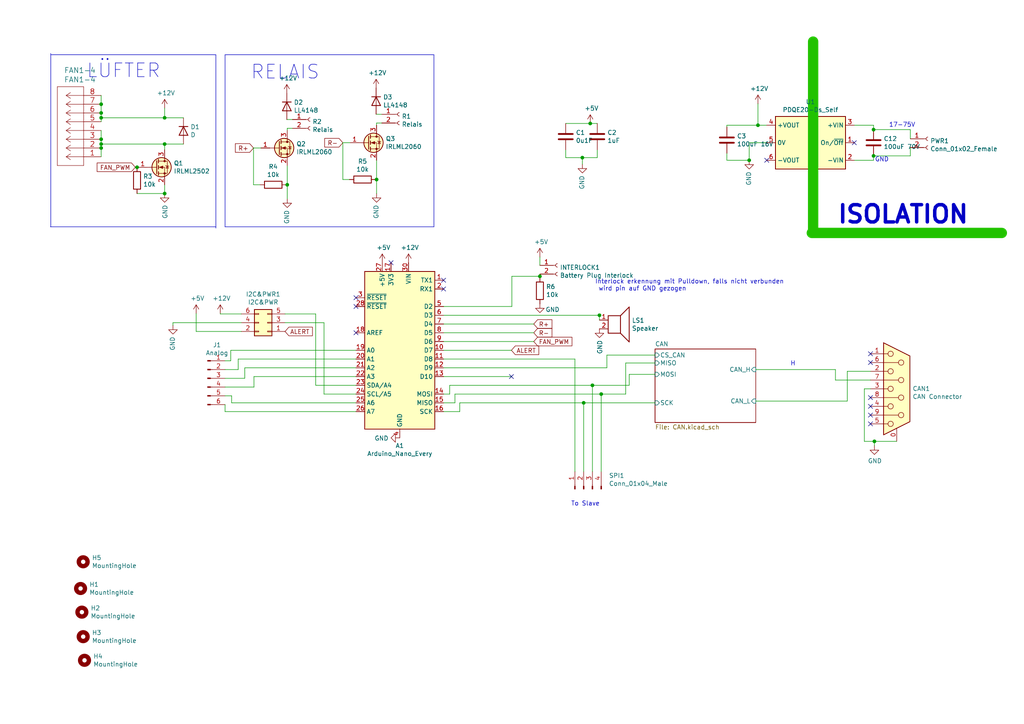
<source format=kicad_sch>
(kicad_sch (version 20230121) (generator eeschema)
  (paper "A4")
  (title_block (title "E16 BMS Master") (date "2022-01-09") (rev "V1") (company "FTAG") (comment 1 "John Pausder"))
  (lib_symbols
    (symbol "Connector_Generic:Conn_02x03_Odd_Even" (pin_names (offset 1.016) hide)
      (property "Reference" "J" (at 1.27 5.08 0))
      (property "Value" "Conn_02x03_Odd_Even" (at 1.27 -5.08 0))
      (symbol "Conn_02x03_Odd_Even_1_1"
        (rectangle (start -1.27 -2.413) (end 0 -2.667) (stroke (width 0.1524)))
        (rectangle (start -1.27 0.127) (end 0 -0.127) (stroke (width 0.1524)))
        (rectangle (start -1.27 2.667) (end 0 2.413) (stroke (width 0.1524)))
        (rectangle (start -1.27 3.81) (end 3.81 -3.81) (stroke (width 0.254)) (fill (type background)))
        (rectangle (start 3.81 -2.413) (end 2.54 -2.667) (stroke (width 0.1524)))
        (rectangle (start 3.81 0.127) (end 2.54 -0.127) (stroke (width 0.1524)))
        (rectangle (start 3.81 2.667) (end 2.54 2.413) (stroke (width 0.1524)))
        (pin passive line (at -5.08 2.54 0) (length 3.81) (name "Pin_1") (number "1"))
        (pin passive line (at 7.62 2.54 180) (length 3.81) (name "Pin_2") (number "2"))
        (pin passive line (at -5.08 0 0) (length 3.81) (name "Pin_3") (number "3"))
        (pin passive line (at 7.62 0 180) (length 3.81) (name "Pin_4") (number "4"))
        (pin passive line (at -5.08 -2.54 0) (length 3.81) (name "Pin_5") (number "5"))
        (pin passive line (at 7.62 -2.54 180) (length 3.81) (name "Pin_6") (number "6"))
      )
    )
    (symbol "Device:C" (pin_numbers hide) (pin_names (offset 0.254))
      (property "Reference" "C" (at 0.635 2.54 0))
      (property "Value" "C" (at 0.635 -2.54 0))
      (symbol "C_0_1"
        (polyline (pts (xy -2.032 -0.762) (xy 2.032 -0.762)) (stroke (width 0.508)))
        (polyline (pts (xy -2.032 0.762) (xy 2.032 0.762)) (stroke (width 0.508)))
      )
      (symbol "C_1_1"
        (pin passive line (at 0 3.81 270) (length 2.794) (name "~") (number "1"))
        (pin passive line (at 0 -3.81 90) (length 2.794) (name "~") (number "2"))
      )
    )
    (symbol "Device:D" (pin_numbers hide) (pin_names (offset 1.016) hide)
      (property "Reference" "D" (at 0 2.54 0))
      (property "Value" "D" (at 0 -2.54 0))
      (symbol "D_0_1"
        (polyline (pts (xy -1.27 1.27) (xy -1.27 -1.27)) (stroke (width 0.254)))
        (polyline (pts (xy 1.27 0) (xy -1.27 0)))
        (polyline (pts (xy 1.27 1.27) (xy 1.27 -1.27) (xy -1.27 0) (xy 1.27 1.27)) (stroke (width 0.254)))
      )
      (symbol "D_1_1"
        (pin passive line (at -3.81 0 0) (length 2.54) (name "K") (number "1"))
        (pin passive line (at 3.81 0 180) (length 2.54) (name "A") (number "2"))
      )
    )
    (symbol "Device:R" (pin_numbers hide) (pin_names (offset 0))
      (property "Reference" "R" (at 2.032 0 90))
      (property "Value" "R" (at 0 0 90))
      (symbol "R_0_1"
        (rectangle (start -1.016 -2.54) (end 1.016 2.54) (stroke (width 0.254)))
      )
      (symbol "R_1_1"
        (pin passive line (at 0 3.81 270) (length 1.27) (name "~") (number "1"))
        (pin passive line (at 0 -3.81 90) (length 1.27) (name "~") (number "2"))
      )
    )
    (symbol "Device:Speaker" (pin_names (offset 0) hide)
      (property "Reference" "LS" (at 1.27 5.715 0))
      (property "Value" "Speaker" (at 1.27 3.81 0))
      (symbol "Speaker_0_0"
        (rectangle (start -2.54 1.27) (end 1.016 -3.81) (stroke (width 0.254)))
        (polyline (pts (xy 1.016 1.27) (xy 3.556 3.81) (xy 3.556 -6.35) (xy 1.016 -3.81)) (stroke (width 0.254)))
      )
      (symbol "Speaker_1_1"
        (pin input line (at -5.08 0 0) (length 2.54) (name "1") (number "1"))
        (pin input line (at -5.08 -2.54 0) (length 2.54) (name "2") (number "2"))
      )
    )
    (symbol "Diode:LL4148" (pin_numbers hide) (pin_names hide)
      (property "Reference" "D" (at 0 2.54 0))
      (property "Value" "LL4148" (at 0 -2.54 0))
      (symbol "LL4148_0_1"
        (polyline (pts (xy -1.27 1.27) (xy -1.27 -1.27)) (stroke (width 0.254)))
        (polyline (pts (xy 1.27 0) (xy -1.27 0)))
        (polyline (pts (xy 1.27 1.27) (xy 1.27 -1.27) (xy -1.27 0) (xy 1.27 1.27)) (stroke (width 0.254)))
      )
      (symbol "LL4148_1_1"
        (pin passive line (at -3.81 0 0) (length 2.54) (name "K") (number "1"))
        (pin passive line (at 3.81 0 180) (length 2.54) (name "A") (number "2"))
      )
    )
    (symbol "E16 BMS Master-rescue:449145803-2022-01-10_10-45-03" (pin_names (offset 0.254) hide)
      (property "Reference" "J" (at 8.89 6.35 0))
      (property "Value" "2022-01-10_10-45-03_449145803" (at 10.16 -10.16 0))
      (symbol "449145803-2022-01-10_10-45-03_1_1"
        (polyline (pts (xy 5.08 -20.32) (xy 12.7 -20.32)) (stroke (width 0.127)))
        (polyline (pts (xy 5.08 2.54) (xy 5.08 -20.32)) (stroke (width 0.127)))
        (polyline (pts (xy 10.16 -17.78) (xy 5.08 -17.78)) (stroke (width 0.127)))
        (polyline (pts (xy 10.16 -17.78) (xy 8.89 -18.6182)) (stroke (width 0.127)))
        (polyline (pts (xy 10.16 -17.78) (xy 8.89 -16.9418)) (stroke (width 0.127)))
        (polyline (pts (xy 10.16 -15.24) (xy 5.08 -15.24)) (stroke (width 0.127)))
        (polyline (pts (xy 10.16 -15.24) (xy 8.89 -16.0782)) (stroke (width 0.127)))
        (polyline (pts (xy 10.16 -15.24) (xy 8.89 -14.4018)) (stroke (width 0.127)))
        (polyline (pts (xy 10.16 -12.7) (xy 5.08 -12.7)) (stroke (width 0.127)))
        (polyline (pts (xy 10.16 -12.7) (xy 8.89 -13.5382)) (stroke (width 0.127)))
        (polyline (pts (xy 10.16 -12.7) (xy 8.89 -11.8618)) (stroke (width 0.127)))
        (polyline (pts (xy 10.16 -10.16) (xy 5.08 -10.16)) (stroke (width 0.127)))
        (polyline (pts (xy 10.16 -10.16) (xy 8.89 -10.9982)) (stroke (width 0.127)))
        (polyline (pts (xy 10.16 -10.16) (xy 8.89 -9.3218)) (stroke (width 0.127)))
        (polyline (pts (xy 10.16 -7.62) (xy 5.08 -7.62)) (stroke (width 0.127)))
        (polyline (pts (xy 10.16 -7.62) (xy 8.89 -8.4582)) (stroke (width 0.127)))
        (polyline (pts (xy 10.16 -7.62) (xy 8.89 -6.7818)) (stroke (width 0.127)))
        (polyline (pts (xy 10.16 -5.08) (xy 5.08 -5.08)) (stroke (width 0.127)))
        (polyline (pts (xy 10.16 -5.08) (xy 8.89 -5.9182)) (stroke (width 0.127)))
        (polyline (pts (xy 10.16 -5.08) (xy 8.89 -4.2418)) (stroke (width 0.127)))
        (polyline (pts (xy 10.16 -2.54) (xy 5.08 -2.54)) (stroke (width 0.127)))
        (polyline (pts (xy 10.16 -2.54) (xy 8.89 -3.3782)) (stroke (width 0.127)))
        (polyline (pts (xy 10.16 -2.54) (xy 8.89 -1.7018)) (stroke (width 0.127)))
        (polyline (pts (xy 10.16 0) (xy 5.08 0)) (stroke (width 0.127)))
        (polyline (pts (xy 10.16 0) (xy 8.89 -0.8382)) (stroke (width 0.127)))
        (polyline (pts (xy 10.16 0) (xy 8.89 0.8382)) (stroke (width 0.127)))
        (polyline (pts (xy 12.7 -20.32) (xy 12.7 2.54)) (stroke (width 0.127)))
        (polyline (pts (xy 12.7 2.54) (xy 5.08 2.54)) (stroke (width 0.127)))
        (pin unspecified line (at 0 0 0) (length 5.08) (name "1") (number "1"))
        (pin unspecified line (at 0 -2.54 0) (length 5.08) (name "2") (number "2"))
        (pin unspecified line (at 0 -5.08 0) (length 5.08) (name "3") (number "3"))
        (pin unspecified line (at 0 -7.62 0) (length 5.08) (name "4") (number "4"))
        (pin unspecified line (at 0 -10.16 0) (length 5.08) (name "5") (number "5"))
        (pin unspecified line (at 0 -12.7 0) (length 5.08) (name "6") (number "6"))
        (pin unspecified line (at 0 -15.24 0) (length 5.08) (name "7") (number "7"))
        (pin unspecified line (at 0 -17.78 0) (length 5.08) (name "8") (number "8"))
      )
    )
    (symbol "E16 BMS Master-rescue:Conn_01x02_Female-Connector" (pin_names (offset 1.016) hide)
      (property "Reference" "J" (at 0 2.54 0))
      (property "Value" "Connector_Conn_01x02_Female" (at 0 -5.08 0))
      (symbol "Conn_01x02_Female-Connector_1_1"
        (arc (start 0 -2.032) (mid -0.5058 -2.54) (end 0 -3.048) (stroke (width 0.1524)))
        (polyline (pts (xy -1.27 -2.54) (xy -0.508 -2.54)) (stroke (width 0.1524)))
        (polyline (pts (xy -1.27 0) (xy -0.508 0)) (stroke (width 0.1524)))
        (arc (start 0 0.508) (mid -0.5058 0) (end 0 -0.508) (stroke (width 0.1524)))
        (pin passive line (at -5.08 0 0) (length 3.81) (name "Pin_1") (number "1"))
        (pin passive line (at -5.08 -2.54 0) (length 3.81) (name "Pin_2") (number "2"))
      )
    )
    (symbol "E16 BMS Master-rescue:Conn_01x04_Male-Connector" (pin_names (offset 1.016) hide)
      (property "Reference" "J" (at 0 5.08 0))
      (property "Value" "Connector_Conn_01x04_Male" (at 0 -7.62 0))
      (symbol "Conn_01x04_Male-Connector_1_1"
        (polyline (pts (xy 1.27 -5.08) (xy 0.8636 -5.08)) (stroke (width 0.1524)))
        (polyline (pts (xy 1.27 -2.54) (xy 0.8636 -2.54)) (stroke (width 0.1524)))
        (polyline (pts (xy 1.27 0) (xy 0.8636 0)) (stroke (width 0.1524)))
        (polyline (pts (xy 1.27 2.54) (xy 0.8636 2.54)) (stroke (width 0.1524)))
        (rectangle (start 0.8636 -4.953) (end 0 -5.207) (stroke (width 0.1524)) (fill (type outline)))
        (rectangle (start 0.8636 -2.413) (end 0 -2.667) (stroke (width 0.1524)) (fill (type outline)))
        (rectangle (start 0.8636 0.127) (end 0 -0.127) (stroke (width 0.1524)) (fill (type outline)))
        (rectangle (start 0.8636 2.667) (end 0 2.413) (stroke (width 0.1524)) (fill (type outline)))
        (pin passive line (at 5.08 2.54 180) (length 3.81) (name "Pin_1") (number "1"))
        (pin passive line (at 5.08 0 180) (length 3.81) (name "Pin_2") (number "2"))
        (pin passive line (at 5.08 -2.54 180) (length 3.81) (name "Pin_3") (number "3"))
        (pin passive line (at 5.08 -5.08 180) (length 3.81) (name "Pin_4") (number "4"))
      )
    )
    (symbol "E16 BMS Master-rescue:Conn_01x06_Male-Connector" (pin_names (offset 1.016) hide)
      (property "Reference" "J" (at 0 7.62 0))
      (property "Value" "Connector_Conn_01x06_Male" (at 0 -10.16 0))
      (symbol "Conn_01x06_Male-Connector_1_1"
        (polyline (pts (xy 1.27 -7.62) (xy 0.8636 -7.62)) (stroke (width 0.1524)))
        (polyline (pts (xy 1.27 -5.08) (xy 0.8636 -5.08)) (stroke (width 0.1524)))
        (polyline (pts (xy 1.27 -2.54) (xy 0.8636 -2.54)) (stroke (width 0.1524)))
        (polyline (pts (xy 1.27 0) (xy 0.8636 0)) (stroke (width 0.1524)))
        (polyline (pts (xy 1.27 2.54) (xy 0.8636 2.54)) (stroke (width 0.1524)))
        (polyline (pts (xy 1.27 5.08) (xy 0.8636 5.08)) (stroke (width 0.1524)))
        (rectangle (start 0.8636 -7.493) (end 0 -7.747) (stroke (width 0.1524)) (fill (type outline)))
        (rectangle (start 0.8636 -4.953) (end 0 -5.207) (stroke (width 0.1524)) (fill (type outline)))
        (rectangle (start 0.8636 -2.413) (end 0 -2.667) (stroke (width 0.1524)) (fill (type outline)))
        (rectangle (start 0.8636 0.127) (end 0 -0.127) (stroke (width 0.1524)) (fill (type outline)))
        (rectangle (start 0.8636 2.667) (end 0 2.413) (stroke (width 0.1524)) (fill (type outline)))
        (rectangle (start 0.8636 5.207) (end 0 4.953) (stroke (width 0.1524)) (fill (type outline)))
        (pin passive line (at 5.08 5.08 180) (length 3.81) (name "Pin_1") (number "1"))
        (pin passive line (at 5.08 2.54 180) (length 3.81) (name "Pin_2") (number "2"))
        (pin passive line (at 5.08 0 180) (length 3.81) (name "Pin_3") (number "3"))
        (pin passive line (at 5.08 -2.54 180) (length 3.81) (name "Pin_4") (number "4"))
        (pin passive line (at 5.08 -5.08 180) (length 3.81) (name "Pin_5") (number "5"))
        (pin passive line (at 5.08 -7.62 180) (length 3.81) (name "Pin_6") (number "6"))
      )
    )
    (symbol "E16 BMS Master-rescue:DB9_Female_MountingHoles-Connector" (pin_names (offset 1.016) hide)
      (property "Reference" "J" (at 0 16.51 0))
      (property "Value" "Connector_DB9_Female_MountingHoles" (at 0 14.605 0))
      (symbol "DB9_Female_MountingHoles-Connector_0_1"
        (circle (center -1.778 -10.16) (radius 0.762))
        (circle (center -1.778 -5.08) (radius 0.762))
        (circle (center -1.778 0) (radius 0.762))
        (circle (center -1.778 5.08) (radius 0.762))
        (circle (center -1.778 10.16) (radius 0.762))
        (polyline (pts (xy -3.81 -10.16) (xy -2.54 -10.16)))
        (polyline (pts (xy -3.81 -7.62) (xy 0.508 -7.62)))
        (polyline (pts (xy -3.81 -5.08) (xy -2.54 -5.08)))
        (polyline (pts (xy -3.81 -2.54) (xy 0.508 -2.54)))
        (polyline (pts (xy -3.81 0) (xy -2.54 0)))
        (polyline (pts (xy -3.81 2.54) (xy 0.508 2.54)))
        (polyline (pts (xy -3.81 5.08) (xy -2.54 5.08)))
        (polyline (pts (xy -3.81 7.62) (xy 0.508 7.62)))
        (polyline (pts (xy -3.81 10.16) (xy -2.54 10.16)))
        (polyline (pts (xy -3.81 13.335) (xy -3.81 -13.335) (xy 3.81 -9.525) (xy 3.81 9.525) (xy -3.81 13.335)) (stroke (width 0.254)) (fill (type background)))
        (circle (center 1.27 -7.62) (radius 0.762))
        (circle (center 1.27 -2.54) (radius 0.762))
        (circle (center 1.27 2.54) (radius 0.762))
        (circle (center 1.27 7.62) (radius 0.762))
      )
      (symbol "DB9_Female_MountingHoles-Connector_1_1"
        (pin passive line (at 0 -15.24 90) (length 3.81) (name "PAD") (number "0"))
        (pin passive line (at -7.62 10.16 0) (length 3.81) (name "1") (number "1"))
        (pin passive line (at -7.62 5.08 0) (length 3.81) (name "2") (number "2"))
        (pin passive line (at -7.62 0 0) (length 3.81) (name "3") (number "3"))
        (pin passive line (at -7.62 -5.08 0) (length 3.81) (name "4") (number "4"))
        (pin passive line (at -7.62 -10.16 0) (length 3.81) (name "5") (number "5"))
        (pin passive line (at -7.62 7.62 0) (length 3.81) (name "6") (number "6"))
        (pin passive line (at -7.62 2.54 0) (length 3.81) (name "7") (number "7"))
        (pin passive line (at -7.62 -2.54 0) (length 3.81) (name "8") (number "8"))
        (pin passive line (at -7.62 -7.62 0) (length 3.81) (name "9") (number "9"))
      )
    )
    (symbol "E16 BMS Master-rescue:IRLML2060-Selfmade" (pin_names hide)
      (property "Reference" "Q" (at 5.08 1.905 0))
      (property "Value" "Selfmade_IRLML2060" (at 5.08 0 0))
      (symbol "IRLML2060-Selfmade_0_1"
        (polyline (pts (xy 0.254 0) (xy -2.54 0)))
        (polyline (pts (xy 0.254 1.905) (xy 0.254 -1.905)) (stroke (width 0.254)))
        (polyline (pts (xy 0.762 -1.27) (xy 0.762 -2.286)) (stroke (width 0.254)))
        (polyline (pts (xy 0.762 0.508) (xy 0.762 -0.508)) (stroke (width 0.254)))
        (polyline (pts (xy 0.762 2.286) (xy 0.762 1.27)) (stroke (width 0.254)))
        (polyline (pts (xy 2.54 2.54) (xy 2.54 1.778)))
        (polyline (pts (xy 2.54 -2.54) (xy 2.54 0) (xy 0.762 0)))
        (polyline (pts (xy 0.762 -1.778) (xy 3.302 -1.778) (xy 3.302 1.778) (xy 0.762 1.778)))
        (polyline (pts (xy 1.016 0) (xy 2.032 0.381) (xy 2.032 -0.381) (xy 1.016 0)) (fill (type outline)))
        (polyline (pts (xy 2.794 0.508) (xy 2.921 0.381) (xy 3.683 0.381) (xy 3.81 0.254)))
        (polyline (pts (xy 3.302 0.381) (xy 2.921 -0.254) (xy 3.683 -0.254) (xy 3.302 0.381)))
        (circle (center 1.651 0) (radius 2.794) (stroke (width 0.254)) (fill (type background)))
        (circle (center 2.54 -1.778) (radius 0.254) (fill (type outline)))
        (circle (center 2.54 1.778) (radius 0.254) (fill (type outline)))
      )
      (symbol "IRLML2060-Selfmade_1_1"
        (pin input line (at -5.08 0 0) (length 2.54) (name "G") (number "1"))
        (pin passive line (at 2.54 -5.08 90) (length 2.54) (name "S") (number "2"))
        (pin passive line (at 2.54 5.08 270) (length 2.54) (name "D") (number "3"))
      )
    )
    (symbol "E16 BMS Master-rescue:PDQE20-Ds_Self-Selfmade"
      (property "Reference" "U" (at -8.89 8.89 0))
      (property "Value" "Selfmade_PDQE20-Ds_Self" (at 8.89 8.89 0))
      (symbol "PDQE20-Ds_Self-Selfmade_0_1"
        (rectangle (start -10.16 7.62) (end 10.16 -7.62) (stroke (width 0.254)) (fill (type background)))
        (polyline (pts (xy 0 -5.08) (xy 0 -6.35)))
        (polyline (pts (xy 0 -2.54) (xy 0 -3.81)))
        (polyline (pts (xy 0 0) (xy 0 -1.27)))
        (polyline (pts (xy 0 2.54) (xy 0 1.27)))
        (polyline (pts (xy 0 5.08) (xy 0 3.81)))
        (polyline (pts (xy 0 7.62) (xy 0 6.35)))
      )
      (symbol "PDQE20-Ds_Self-Selfmade_1_1"
        (pin input line (at -12.7 0 0) (length 2.54) (name "On/~{Off}") (number "1"))
        (pin power_in line (at -12.7 -5.08 0) (length 2.54) (name "-VIN") (number "2"))
        (pin power_in line (at -12.7 5.08 0) (length 2.54) (name "+VIN") (number "3"))
        (pin power_out line (at 12.7 5.08 180) (length 2.54) (name "+VOUT") (number "4"))
        (pin power_out line (at 12.7 0 180) (length 2.54) (name "0V") (number "5"))
        (pin power_out line (at 12.7 -5.08 180) (length 2.54) (name "-VOUT") (number "6"))
      )
    )
    (symbol "MCU_Module:Arduino_Nano_Every"
      (property "Reference" "A" (at -10.16 23.495 0))
      (property "Value" "Arduino_Nano_Every" (at 5.08 -24.13 0))
      (symbol "Arduino_Nano_Every_0_1"
        (rectangle (start -10.16 22.86) (end 10.16 -22.86) (stroke (width 0.254)) (fill (type background)))
      )
      (symbol "Arduino_Nano_Every_1_1"
        (pin bidirectional line (at -12.7 20.32 0) (length 2.54) (name "TX1") (number "1"))
        (pin bidirectional line (at -12.7 0 0) (length 2.54) (name "D7") (number "10"))
        (pin bidirectional line (at -12.7 -2.54 0) (length 2.54) (name "D8") (number "11"))
        (pin bidirectional line (at -12.7 -5.08 0) (length 2.54) (name "D9") (number "12"))
        (pin bidirectional line (at -12.7 -7.62 0) (length 2.54) (name "D10") (number "13"))
        (pin bidirectional line (at -12.7 -12.7 0) (length 2.54) (name "MOSI") (number "14"))
        (pin bidirectional line (at -12.7 -15.24 0) (length 2.54) (name "MISO") (number "15"))
        (pin bidirectional line (at -12.7 -17.78 0) (length 2.54) (name "SCK") (number "16"))
        (pin power_out line (at 2.54 25.4 270) (length 2.54) (name "3V3") (number "17"))
        (pin input line (at 12.7 5.08 180) (length 2.54) (name "AREF") (number "18"))
        (pin bidirectional line (at 12.7 0 180) (length 2.54) (name "A0") (number "19"))
        (pin bidirectional line (at -12.7 17.78 0) (length 2.54) (name "RX1") (number "2"))
        (pin bidirectional line (at 12.7 -2.54 180) (length 2.54) (name "A1") (number "20"))
        (pin bidirectional line (at 12.7 -5.08 180) (length 2.54) (name "A2") (number "21"))
        (pin bidirectional line (at 12.7 -7.62 180) (length 2.54) (name "A3") (number "22"))
        (pin bidirectional line (at 12.7 -10.16 180) (length 2.54) (name "SDA/A4") (number "23"))
        (pin bidirectional line (at 12.7 -12.7 180) (length 2.54) (name "SCL/A5") (number "24"))
        (pin bidirectional line (at 12.7 -15.24 180) (length 2.54) (name "A6") (number "25"))
        (pin bidirectional line (at 12.7 -17.78 180) (length 2.54) (name "A7") (number "26"))
        (pin power_out line (at 5.08 25.4 270) (length 2.54) (name "+5V") (number "27"))
        (pin input line (at 12.7 12.7 180) (length 2.54) (name "~{RESET}") (number "28"))
        (pin passive line (at 0 -25.4 90) (length 2.54) hide (name "GND") (number "29"))
        (pin input line (at 12.7 15.24 180) (length 2.54) (name "~{RESET}") (number "3"))
        (pin power_in line (at -2.54 25.4 270) (length 2.54) (name "VIN") (number "30"))
        (pin power_in line (at 0 -25.4 90) (length 2.54) (name "GND") (number "4"))
        (pin bidirectional line (at -12.7 12.7 0) (length 2.54) (name "D2") (number "5"))
        (pin bidirectional line (at -12.7 10.16 0) (length 2.54) (name "D3") (number "6"))
        (pin bidirectional line (at -12.7 7.62 0) (length 2.54) (name "D4") (number "7"))
        (pin bidirectional line (at -12.7 5.08 0) (length 2.54) (name "D5") (number "8"))
        (pin bidirectional line (at -12.7 2.54 0) (length 2.54) (name "D6") (number "9"))
      )
    )
    (symbol "Mechanical:MountingHole" (pin_names (offset 1.016))
      (property "Reference" "H" (at 0 5.08 0))
      (property "Value" "MountingHole" (at 0 3.175 0))
      (symbol "MountingHole_0_1"
        (circle (center 0 0) (radius 1.27) (stroke (width 1.27)))
      )
    )
    (symbol "power:+12V" (power) (pin_names (offset 0))
      (property "Value" "+12V" (at 0 3.556 0))
      (symbol "+12V_0_1"
        (polyline (pts (xy -0.762 1.27) (xy 0 2.54)))
        (polyline (pts (xy 0 0) (xy 0 2.54)))
        (polyline (pts (xy 0 2.54) (xy 0.762 1.27)))
      )
      (symbol "+12V_1_1"
        (pin power_in line (at 0 0 90) (length 0) hide (name "+12V") (number "1"))
      )
    )
    (symbol "power:+5V" (power) (pin_names (offset 0))
      (property "Value" "+5V" (at 0 3.556 0))
      (symbol "+5V_0_1"
        (polyline (pts (xy -0.762 1.27) (xy 0 2.54)))
        (polyline (pts (xy 0 0) (xy 0 2.54)))
        (polyline (pts (xy 0 2.54) (xy 0.762 1.27)))
      )
      (symbol "+5V_1_1"
        (pin power_in line (at 0 0 90) (length 0) hide (name "+5V") (number "1"))
      )
    )
    (symbol "power:GND" (power) (pin_names (offset 0))
      (property "Value" "GND" (at 0 -3.81 0))
      (symbol "GND_0_1"
        (polyline (pts (xy 0 0) (xy 0 -1.27) (xy 1.27 -1.27) (xy 0 -2.54) (xy -1.27 -1.27) (xy 0 -1.27)))
      )
      (symbol "GND_1_1"
        (pin power_in line (at 0 0 270) (length 0) hide (name "GND") (number "1"))
      )
    )
  )
  (junction (at 174.371 114.3))
  (junction (at 29.337 41.783))
  (junction (at 219.837 36.322))
  (junction (at 83.312 53.594))
  (junction (at 217.297 46.482))
  (junction (at 29.337 34.163))
  (junction (at 156.591 80.137))
  (junction (at 39.751 48.514))
  (junction (at 29.337 30.226))
  (junction (at 29.337 42.926))
  (junction (at 109.22 52.07))
  (junction (at 253.619 128.016))
  (junction (at 168.91 45.72))
  (junction (at 47.752 41.783))
  (junction (at 169.291 116.84))
  (junction (at 47.752 56.134))
  (junction (at 173.863 91.44))
  (junction (at 171.831 111.76))
  (junction (at 253.365 37.592))
  (junction (at 29.337 32.766))
  (junction (at 253.365 45.212))
  (junction (at 171.196 35.814))
  (junction (at 47.752 34.163))
  (junction (at 29.337 40.386))
  (no_connect (at 128.651 83.82))
  (no_connect (at 113.411 76.2))
  (no_connect (at 252.476 122.936))
  (no_connect (at 252.476 120.396))
  (no_connect (at 252.476 115.316))
  (no_connect (at 103.251 96.52))
  (no_connect (at 128.651 81.28))
  (no_connect (at 103.251 86.36))
  (no_connect (at -124.079 20.32))
  (no_connect (at 252.476 117.856))
  (no_connect (at 252.476 102.616))
  (no_connect (at 222.377 46.482))
  (no_connect (at 247.777 41.402))
  (no_connect (at 252.476 105.156))
  (no_connect (at 148.336 109.22))
  (no_connect (at 103.251 88.9))
  (wire (pts (xy 264.033 37.592) (xy 264.033 40.259)))
  (wire (pts (xy 73.66 112.268) (xy 65.278 112.268)))
  (wire (pts (xy 91.567 91.059) (xy 82.677 91.059)))
  (wire (pts (xy 253.365 37.592) (xy 264.033 37.592)))
  (wire (pts (xy 156.591 74.549) (xy 156.591 76.962)))
  (polyline (pts (xy 65.278 15.875) (xy 125.857 15.875)))
  (wire (pts (xy 173.228 43.434) (xy 173.228 45.72)))
  (wire (pts (xy 222.377 36.322) (xy 219.837 36.322)))
  (wire (pts (xy 84.836 34.671) (xy 83.185 34.671)))
  (wire (pts (xy 245.745 107.696) (xy 252.476 107.696)))
  (wire (pts (xy 189.992 108.585) (xy 182.499 108.585)))
  (wire (pts (xy 70.993 109.728) (xy 70.993 106.68)))
  (wire (pts (xy 47.752 56.134) (xy 47.752 53.594)))
  (wire (pts (xy 65.278 119.38) (xy 103.251 119.38)))
  (wire (pts (xy 29.337 37.846) (xy 29.337 40.386)))
  (wire (pts (xy 65.278 107.188) (xy 69.088 107.188)))
  (polyline (pts (xy 235.458 67.564) (xy 290.576 67.564)) (stroke (width 2.9972) (type solid) (color 33 194 0 1)))
  (wire (pts (xy 47.752 34.163) (xy 47.752 31.369)))
  (wire (pts (xy 166.751 136.779) (xy 166.751 104.14)))
  (wire (pts (xy 109.22 35.687) (xy 109.22 36.322)))
  (wire (pts (xy 93.98 114.3) (xy 103.251 114.3)))
  (wire (pts (xy 70.993 106.68) (xy 103.251 106.68)))
  (wire (pts (xy 128.651 93.98) (xy 154.813 93.98)))
  (wire (pts (xy 252.476 112.776) (xy 250.698 112.776)))
  (wire (pts (xy 219.837 36.322) (xy 219.837 30.099)))
  (wire (pts (xy 174.371 114.3) (xy 181.483 114.3)))
  (wire (pts (xy 65.278 109.728) (xy 70.993 109.728)))
  (wire (pts (xy 210.82 36.322) (xy 210.82 36.83)))
  (wire (pts (xy 128.651 101.6) (xy 148.336 101.6)))
  (wire (pts (xy 133.35 116.84) (xy 169.291 116.84)))
  (wire (pts (xy 29.337 41.783) (xy 29.337 42.926)))
  (wire (pts (xy 250.698 112.776) (xy 250.698 128.016)))
  (wire (pts (xy 210.82 46.482) (xy 217.297 46.482)))
  (wire (pts (xy 47.752 41.783) (xy 29.337 41.783)))
  (wire (pts (xy 164.084 35.814) (xy 171.196 35.814)))
  (wire (pts (xy 169.291 116.84) (xy 189.992 116.84)))
  (wire (pts (xy 176.022 102.997) (xy 176.022 106.68)))
  (wire (pts (xy 69.977 93.599) (xy 50.165 93.599)))
  (wire (pts (xy 247.777 36.322) (xy 253.365 36.322)))
  (wire (pts (xy 169.291 136.779) (xy 169.291 116.84)))
  (wire (pts (xy 128.651 106.68) (xy 176.022 106.68)))
  (wire (pts (xy 130.429 114.3) (xy 128.651 114.3)))
  (wire (pts (xy 39.751 56.134) (xy 47.752 56.134)))
  (wire (pts (xy 133.35 116.84) (xy 133.35 119.38)))
  (wire (pts (xy 156.591 79.502) (xy 156.591 80.137)))
  (wire (pts (xy 109.22 35.687) (xy 110.744 35.687)))
  (wire (pts (xy 219.202 107.188) (xy 242.316 107.188)))
  (wire (pts (xy 29.337 27.686) (xy 29.337 30.226)))
  (polyline (pts (xy 125.857 65.786) (xy 65.278 65.786)))
  (wire (pts (xy 128.651 119.38) (xy 133.35 119.38)))
  (wire (pts (xy 29.337 34.163) (xy 29.337 35.306)))
  (wire (pts (xy 217.297 41.402) (xy 222.377 41.402)))
  (wire (pts (xy 217.297 46.482) (xy 217.297 41.402)))
  (wire (pts (xy 128.651 99.06) (xy 154.813 99.06)))
  (wire (pts (xy 83.312 48.006) (xy 83.312 53.594)))
  (polyline (pts (xy 62.611 15.875) (xy 62.611 66.167)))
  (wire (pts (xy 99.441 41.402) (xy 99.441 52.07)))
  (wire (pts (xy 93.98 93.599) (xy 82.677 93.599)))
  (wire (pts (xy 75.692 42.926) (xy 73.533 42.926)))
  (wire (pts (xy 29.337 30.226) (xy 29.337 32.766)))
  (wire (pts (xy 128.651 91.44) (xy 173.863 91.44)))
  (wire (pts (xy 173.863 91.44) (xy 173.99 91.44)))
  (wire (pts (xy 173.863 92.837) (xy 173.863 91.44)))
  (wire (pts (xy 128.651 88.9) (xy 148.463 88.9)))
  (wire (pts (xy 83.312 37.211) (xy 84.836 37.211)))
  (polyline (pts (xy 14.732 15.875) (xy 62.611 15.875)))
  (wire (pts (xy 29.337 40.386) (xy 29.337 41.783)))
  (wire (pts (xy 67.183 114.808) (xy 67.183 116.84)))
  (wire (pts (xy 103.251 109.22) (xy 73.66 109.22)))
  (wire (pts (xy 69.088 104.14) (xy 103.251 104.14)))
  (wire (pts (xy 69.088 107.188) (xy 69.088 104.14)))
  (wire (pts (xy 164.084 45.72) (xy 168.91 45.72)))
  (wire (pts (xy 93.98 93.599) (xy 93.98 114.3)))
  (wire (pts (xy 219.837 36.322) (xy 210.82 36.322)))
  (wire (pts (xy 176.022 102.997) (xy 189.992 102.997)))
  (polyline (pts (xy 235.839 12.065) (xy 235.839 67.183)) (stroke (width 2.9972) (type solid) (color 33 194 0 1)))
  (wire (pts (xy 253.365 36.322) (xy 253.365 37.592)))
  (wire (pts (xy 66.929 101.6) (xy 66.929 104.648)))
  (wire (pts (xy 219.202 116.332) (xy 245.745 116.332)))
  (wire (pts (xy 109.22 46.482) (xy 109.22 52.07)))
  (wire (pts (xy 253.619 128.016) (xy 260.096 128.016)))
  (wire (pts (xy 53.213 34.163) (xy 47.752 34.163)))
  (wire (pts (xy 128.651 104.14) (xy 166.751 104.14)))
  (wire (pts (xy 99.441 52.07) (xy 101.346 52.07)))
  (wire (pts (xy 101.6 41.402) (xy 99.441 41.402)))
  (wire (pts (xy 156.591 80.137) (xy 148.463 80.137)))
  (wire (pts (xy 83.312 53.594) (xy 83.058 53.594)))
  (wire (pts (xy 130.429 111.76) (xy 130.429 114.3)))
  (wire (pts (xy 148.463 80.137) (xy 148.463 88.9)))
  (wire (pts (xy 131.953 116.84) (xy 131.953 114.3)))
  (wire (pts (xy 171.831 136.779) (xy 171.831 111.76)))
  (polyline (pts (xy 65.278 65.786) (xy 65.278 15.875)))
  (wire (pts (xy 103.251 111.76) (xy 91.567 111.76)))
  (wire (pts (xy 110.744 33.147) (xy 109.093 33.147)))
  (wire (pts (xy 69.977 91.059) (xy 63.881 91.059)))
  (wire (pts (xy 66.929 104.648) (xy 65.278 104.648)))
  (wire (pts (xy 253.365 45.212) (xy 264.033 45.212)))
  (wire (pts (xy 131.953 114.3) (xy 174.371 114.3)))
  (wire (pts (xy 69.977 96.139) (xy 56.896 96.139)))
  (polyline (pts (xy 125.857 65.786) (xy 125.857 15.875)))
  (wire (pts (xy 39.751 48.514) (xy 39.243 48.514)))
  (wire (pts (xy 40.132 48.514) (xy 39.751 48.514)))
  (wire (pts (xy 128.651 96.52) (xy 154.813 96.52)))
  (wire (pts (xy 250.698 128.016) (xy 253.619 128.016)))
  (wire (pts (xy 65.278 114.808) (xy 67.183 114.808)))
  (wire (pts (xy 53.213 41.783) (xy 47.752 41.783)))
  (wire (pts (xy 242.316 107.188) (xy 242.316 110.236)))
  (wire (pts (xy 245.745 116.332) (xy 245.745 107.696)))
  (wire (pts (xy 253.619 128.016) (xy 253.619 129.286)))
  (wire (pts (xy 83.312 37.211) (xy 83.312 37.846)))
  (wire (pts (xy 50.165 93.599) (xy 50.165 94.361)))
  (wire (pts (xy 130.429 111.76) (xy 171.831 111.76)))
  (wire (pts (xy 29.337 42.926) (xy 29.337 45.466)))
  (wire (pts (xy 156.591 80.137) (xy 156.591 80.518)))
  (wire (pts (xy 56.896 96.139) (xy 56.896 90.932)))
  (wire (pts (xy 171.196 35.814) (xy 173.228 35.814)))
  (wire (pts (xy 65.278 119.38) (xy 65.278 117.348)))
  (wire (pts (xy 189.992 105.283) (xy 181.483 105.283)))
  (wire (pts (xy 164.084 43.434) (xy 164.084 45.72)))
  (wire (pts (xy 210.82 44.45) (xy 210.82 46.482)))
  (wire (pts (xy 47.752 41.783) (xy 47.752 43.434)))
  (wire (pts (xy 174.371 136.779) (xy 174.371 114.3)))
  (wire (pts (xy 173.228 45.72) (xy 168.91 45.72)))
  (polyline (pts (xy 14.732 65.786) (xy 14.732 15.494)))
  (wire (pts (xy 29.337 32.766) (xy 29.337 34.163)))
  (wire (pts (xy 168.91 45.72) (xy 168.91 47.625)))
  (wire (pts (xy 73.533 53.594) (xy 75.438 53.594)))
  (wire (pts (xy 247.777 46.482) (xy 253.365 46.482)))
  (wire (pts (xy 83.312 53.594) (xy 83.312 57.658)))
  (wire (pts (xy 66.929 101.6) (xy 103.251 101.6)))
  (wire (pts (xy 109.22 52.07) (xy 108.966 52.07)))
  (wire (pts (xy 242.316 110.236) (xy 252.476 110.236)))
  (wire (pts (xy 181.483 105.283) (xy 181.483 114.3)))
  (wire (pts (xy 171.831 111.76) (xy 182.499 111.76)))
  (wire (pts (xy 253.365 46.482) (xy 253.365 45.212)))
  (wire (pts (xy 63.881 91.059) (xy 63.881 90.932)))
  (wire (pts (xy 264.033 45.212) (xy 264.033 42.799)))
  (wire (pts (xy 182.499 108.585) (xy 182.499 111.76)))
  (polyline (pts (xy 62.611 65.786) (xy 14.605 65.786)))
  (wire (pts (xy 73.533 42.926) (xy 73.533 53.594)))
  (wire (pts (xy 73.66 109.22) (xy 73.66 112.268)))
  (wire (pts (xy 109.22 52.07) (xy 109.22 56.134)))
  (wire (pts (xy 128.651 109.22) (xy 148.336 109.22)))
  (wire (pts (xy 91.567 91.059) (xy 91.567 111.76)))
  (wire (pts (xy 29.337 34.163) (xy 47.752 34.163)))
  (wire (pts (xy 128.651 116.84) (xy 131.953 116.84)))
  (wire (pts (xy 67.183 116.84) (xy 103.251 116.84)))
  (text "GND" (at 253.746 47.117 0) (effects (font (size 1.27 1.27)) (justify left bottom)))
  (text "ISOLATION" (at 242.57 65.278 0) (effects (font (size 5.0038 5.0038) (thickness 1.0008) bold) (justify left bottom)))
  (text "H" (at 229.235 106.299 0) (effects (font (size 1.27 1.27)) (justify left bottom)))
  (text "Interlock erkennung mit Pulldown, falls nicht verbunden\n wird pin auf GND gezogen" (at 172.593 84.582 0) (effects (font (size 1.27 1.27)) (justify left bottom)))
  (text "17-75V" (at 257.81 37.084 0) (effects (font (size 1.27 1.27)) (justify left bottom)))
  (text "RELAIS" (at 72.644 23.368 0) (effects (font (size 3.9878 3.9878)) (justify left bottom)))
  (text "LÜFTER" (at 25.019 22.987 0) (effects (font (size 3.9878 3.9878)) (justify left bottom)))
  (text "To Slave" (at 165.608 146.939 0) (effects (font (size 1.27 1.27)) (justify left bottom)))
  (global_label "R-" (shape input) (at 99.441 41.402 180) (property "Intersheetrefs" "${INTERSHEET_REFS}" (effects hide)))
  (global_label "FAN_PWM" (shape input) (at 39.243 48.514 180) (property "Intersheetrefs" "${INTERSHEET_REFS}" (effects hide)))
  (global_label "ALERT" (shape input) (at 82.677 96.139 0) (property "Intersheetrefs" "${INTERSHEET_REFS}" (effects hide)))
  (global_label "ALERT" (shape input) (at 148.336 101.6 0) (property "Intersheetrefs" "${INTERSHEET_REFS}" (effects hide)))
  (global_label "R+" (shape input) (at 154.813 93.98 0) (property "Intersheetrefs" "${INTERSHEET_REFS}" (effects hide)))
  (global_label "FAN_PWM" (shape input) (at 154.813 99.06 0) (property "Intersheetrefs" "${INTERSHEET_REFS}" (effects hide)))
  (global_label "R-" (shape input) (at 154.813 96.52 0) (property "Intersheetrefs" "${INTERSHEET_REFS}" (effects hide)))
  (global_label "R+" (shape input) (at 73.533 42.926 180) (property "Intersheetrefs" "${INTERSHEET_REFS}" (effects hide)))
  (symbol (lib_id "E16 BMS Master-rescue:DB9_Female_MountingHoles-Connector") (at 260.096 112.776 0) (unit 1)
    (property "Reference" "CAN1" (at 264.668 112.7252 0) (effects (justify left)))
    (property "Value" "CAN Connector" (at 264.668 115.0366 0) (effects (justify left)))
    (property "Footprint" "Connector_Dsub:DSUB-9_Female_Horizontal_P2.77x2.84mm_EdgePinOffset7.70mm_Housed_MountingHolesOffset9.12mm" (effects hide))
    (property "Datasheet" " ~" (effects hide))
  )
  (symbol (lib_id "power:GND") (at 253.619 129.286 0) (unit 1)
    (property "Reference" "#PWR020" (effects hide))
    (property "Value" "GND" (at 253.746 133.6802 0))
  )
  (symbol (lib_id "power:GND") (at 115.951 127 270) (unit 1)
    (property "Reference" "#PWR09" (effects hide))
    (property "Value" "GND" (at 112.6998 127.127 90) (effects (justify right)))
  )
  (symbol (lib_id "power:GND") (at 173.863 95.377 0) (unit 1)
    (property "Reference" "#PWR06" (effects hide))
    (property "Value" "GND" (at 173.99 98.6282 90) (effects (justify right)))
  )
  (symbol (lib_id "Device:R") (at 156.591 84.328 0) (unit 1)
    (property "Reference" "R6" (at 158.369 83.1596 0) (effects (justify left)))
    (property "Value" "10k" (at 158.369 85.471 0) (effects (justify left)))
    (property "Footprint" "Resistor_SMD:R_1206_3216Metric_Pad1.30x1.75mm_HandSolder" (effects hide))
  )
  (symbol (lib_id "power:+5V") (at 156.591 74.549 0) (unit 1)
    (property "Reference" "#PWR014" (effects hide))
    (property "Value" "+5V" (at 156.972 70.1548 0))
  )
  (symbol (lib_id "E16 BMS Master-rescue:Conn_01x02_Female-Connector") (at 161.671 76.962 0) (unit 1)
    (property "Reference" "INTERLOCK1" (at 162.3822 77.5716 0) (effects (justify left)))
    (property "Value" "Battery Plug Interlock" (at 162.3822 79.883 0) (effects (justify left)))
    (property "Footprint" "2022-01-09_21-13-24:430450228" (effects hide))
  )
  (symbol (lib_id "power:GND") (at 156.591 88.138 0) (unit 1)
    (property "Reference" "#PWR015" (effects hide))
    (property "Value" "GND" (at 162.306 89.789 0) (effects (justify right)))
  )
  (symbol (lib_id "power:+12V") (at 219.837 30.099 0) (unit 1)
    (property "Reference" "#PWR019" (effects hide))
    (property "Value" "+12V" (at 220.218 25.7048 0))
  )
  (symbol (lib_id "Device:C") (at 164.084 39.624 0) (unit 1)
    (property "Reference" "C1" (at 167.005 38.4556 0) (effects (justify left)))
    (property "Value" "0u1F" (at 167.005 40.767 0) (effects (justify left)))
    (property "Footprint" "Capacitor_SMD:C_1206_3216Metric_Pad1.33x1.80mm_HandSolder" (effects hide))
  )
  (symbol (lib_id "power:GND") (at 168.91 47.625 0) (mirror y) (unit 1)
    (property "Reference" "#PWR016" (effects hide))
    (property "Value" "GND" (at 168.783 50.8762 90) (effects (justify right)))
  )
  (symbol (lib_id "Device:C") (at 173.228 39.624 0) (unit 1)
    (property "Reference" "C2" (at 176.149 38.4556 0) (effects (justify left)))
    (property "Value" "1uF" (at 176.149 40.767 0) (effects (justify left)))
    (property "Footprint" "Capacitor_SMD:C_1206_3216Metric_Pad1.33x1.80mm_HandSolder" (effects hide))
  )
  (symbol (lib_id "Device:C") (at 210.82 40.64 0) (unit 1)
    (property "Reference" "C3" (at 213.741 39.4716 0) (effects (justify left)))
    (property "Value" "100uF 16V" (at 213.741 41.783 0) (effects (justify left)))
    (property "Footprint" "Capacitor_SMD:C_1206_3216Metric_Pad1.33x1.80mm_HandSolder" (effects hide))
  )
  (symbol (lib_id "E16 BMS Master-rescue:Conn_01x02_Female-Connector") (at 115.824 33.147 0) (unit 1)
    (property "Reference" "R1" (at 116.5352 33.7566 0) (effects (justify left)))
    (property "Value" "Relais" (at 116.5352 36.068 0) (effects (justify left)))
    (property "Footprint" "2022-01-09_21-13-24:430450228" (effects hide))
  )
  (symbol (lib_id "E16 BMS Master-rescue:IRLML2060-Selfmade") (at 106.68 41.402 0) (unit 1)
    (property "Reference" "Q3" (at 111.8616 40.2336 0) (effects (justify left)))
    (property "Value" "IRLML2060" (at 111.8616 42.545 0) (effects (justify left)))
    (property "Footprint" "Package_TO_SOT_SMD:SOT-23_Handsoldering" (effects hide))
  )
  (symbol (lib_id "power:+12V") (at 109.093 25.527 0) (unit 1)
    (property "Reference" "#PWR012" (effects hide))
    (property "Value" "+12V" (at 109.474 21.1328 0))
  )
  (symbol (lib_id "Diode:LL4148") (at 109.093 29.337 270) (unit 1)
    (property "Reference" "D3" (at 111.125 28.1686 90) (effects (justify left)))
    (property "Value" "LL4148" (at 111.125 30.48 90) (effects (justify left)))
    (property "Footprint" "Diode_SMD:D_MiniMELF" (effects hide))
    (property "Datasheet" "http://www.vishay.com/docs/85557/ll4148.pdf" (effects hide))
  )
  (symbol (lib_id "Device:R") (at 105.156 52.07 270) (unit 1)
    (property "Reference" "R5" (at 105.156 46.8122 90))
    (property "Value" "10k" (at 105.156 49.1236 90))
    (property "Footprint" "Resistor_SMD:R_1206_3216Metric_Pad1.30x1.75mm_HandSolder" (effects hide))
  )
  (symbol (lib_id "MCU_Module:Arduino_Nano_Every") (at 115.951 101.6 0) (mirror y) (unit 1)
    (property "Reference" "A1" (at 115.951 129.2606 0))
    (property "Value" "Arduino_Nano_Every" (at 115.951 131.572 0))
    (property "Footprint" "Module:Arduino_Nano" (effects hide))
    (property "Datasheet" "https://content.arduino.cc/assets/NANOEveryV3.0_sch.pdf" (effects hide))
  )
  (symbol (lib_id "power:GND") (at 109.22 56.134 0) (mirror y) (unit 1)
    (property "Reference" "#PWR013" (effects hide))
    (property "Value" "GND" (at 109.093 59.3852 90) (effects (justify right)))
  )
  (symbol (lib_id "E16 BMS Master-rescue:PDQE20-Ds_Self-Selfmade") (at 235.077 41.402 0) (mirror y) (unit 1)
    (property "Reference" "U1" (at 235.077 29.5402 0))
    (property "Value" "PDQE20-Ds_Self" (at 235.077 31.8516 0))
    (property "Footprint" "Selfmade:Converter_DCDC_XP_POWER_JTDxxxxxxx_THT_self" (effects hide))
    (property "Datasheet" "https://www.xppower.com/portals/0/pdfs/SF_JTD20.pdf" (effects hide))
  )
  (symbol (lib_id "Device:C") (at 253.365 41.402 0) (unit 1)
    (property "Reference" "C12" (at 256.286 40.2336 0) (effects (justify left)))
    (property "Value" "100uF 70V" (at 256.286 42.545 0) (effects (justify left)))
    (property "Footprint" "Capacitor_SMD:C_1206_3216Metric_Pad1.33x1.80mm_HandSolder" (effects hide))
  )
  (symbol (lib_id "E16 BMS Master-rescue:449145803-2022-01-10_10-45-03") (at 29.337 45.466 180) (unit 1)
    (property "Reference" "FAN1-4" (at 23.1902 20.3962 0) (effects (font (size 1.524 1.524))))
    (property "Value" "FAN1-4" (at 23.1902 23.0886 0) (effects (font (size 1.524 1.524))))
    (property "Footprint" "2022-01-10_10-45-03:449145803" (effects hide))
  )
  (symbol (lib_id "Mechanical:MountingHole") (at 24.13 162.941 0) (unit 1)
    (property "Reference" "H5" (at 26.67 161.7726 0) (effects (justify left)))
    (property "Value" "MountingHole" (at 26.67 164.084 0) (effects (justify left)))
    (property "Footprint" "Selfmade:FTAG3" (effects hide))
  )
  (symbol (lib_id "power:+5V") (at 110.871 76.2 0) (unit 1)
    (property "Reference" "#PWR08" (effects hide))
    (property "Value" "+5V" (at 111.252 71.8058 0))
  )
  (symbol (lib_id "power:GND") (at 217.297 46.482 0) (mirror y) (unit 1)
    (property "Reference" "#PWR018" (effects hide))
    (property "Value" "GND" (at 217.17 49.7332 90) (effects (justify right)))
  )
  (symbol (lib_id "power:+12V") (at 47.752 31.369 0) (unit 1)
    (property "Reference" "#PWR04" (effects hide))
    (property "Value" "+12V" (at 48.133 26.9748 0))
  )
  (symbol (lib_id "E16 BMS Master-rescue:IRLML2060-Selfmade") (at 45.212 48.514 0) (unit 1)
    (property "Reference" "Q1" (at 50.3936 47.3456 0) (effects (justify left)))
    (property "Value" "IRLML2502" (at 50.3936 49.657 0) (effects (justify left)))
    (property "Footprint" "Package_TO_SOT_SMD:SOT-23_Handsoldering" (effects hide))
  )
  (symbol (lib_id "Device:R") (at 39.751 52.324 0) (unit 1)
    (property "Reference" "R3" (at 41.529 51.1556 0) (effects (justify left)))
    (property "Value" "10k" (at 41.529 53.467 0) (effects (justify left)))
    (property "Footprint" "Resistor_SMD:R_1206_3216Metric_Pad1.30x1.75mm_HandSolder" (effects hide))
  )
  (symbol (lib_id "power:GND") (at 47.752 56.134 0) (unit 1)
    (property "Reference" "#PWR05" (effects hide))
    (property "Value" "GND" (at 47.879 59.3852 90) (effects (justify right)))
  )
  (symbol (lib_id "Device:D") (at 53.213 37.973 270) (unit 1)
    (property "Reference" "D1" (at 55.245 36.8046 90) (effects (justify left)))
    (property "Value" "D" (at 55.245 39.116 90) (effects (justify left)))
    (property "Footprint" "Diode_SMD:D_MiniMELF" (effects hide))
  )
  (symbol (lib_id "power:+12V") (at 118.491 76.2 0) (unit 1)
    (property "Reference" "#PWR07" (effects hide))
    (property "Value" "+12V" (at 118.872 71.8058 0))
  )
  (symbol (lib_id "E16 BMS Master-rescue:Conn_01x02_Female-Connector") (at 89.916 34.671 0) (unit 1)
    (property "Reference" "R2" (at 90.6272 35.2806 0) (effects (justify left)))
    (property "Value" "Relais" (at 90.6272 37.592 0) (effects (justify left)))
    (property "Footprint" "2022-01-09_21-13-24:430450228" (effects hide))
  )
  (symbol (lib_id "E16 BMS Master-rescue:IRLML2060-Selfmade") (at 80.772 42.926 0) (unit 1)
    (property "Reference" "Q2" (at 85.9536 41.7576 0) (effects (justify left)))
    (property "Value" "IRLML2060" (at 85.9536 44.069 0) (effects (justify left)))
    (property "Footprint" "Package_TO_SOT_SMD:SOT-23_Handsoldering" (effects hide))
  )
  (symbol (lib_id "power:+12V") (at 83.185 27.051 0) (unit 1)
    (property "Reference" "#PWR010" (effects hide))
    (property "Value" "+12V" (at 83.566 22.6568 0))
  )
  (symbol (lib_id "Diode:LL4148") (at 83.185 30.861 270) (unit 1)
    (property "Reference" "D2" (at 85.217 29.6926 90) (effects (justify left)))
    (property "Value" "LL4148" (at 85.217 32.004 90) (effects (justify left)))
    (property "Footprint" "Diode_SMD:D_MiniMELF" (effects hide))
    (property "Datasheet" "http://www.vishay.com/docs/85557/ll4148.pdf" (effects hide))
  )
  (symbol (lib_id "Device:R") (at 79.248 53.594 270) (unit 1)
    (property "Reference" "R4" (at 79.248 48.3362 90))
    (property "Value" "10k" (at 79.248 50.6476 90))
    (property "Footprint" "Resistor_SMD:R_1206_3216Metric_Pad1.30x1.75mm_HandSolder" (effects hide))
  )
  (symbol (lib_id "power:GND") (at 83.312 57.658 0) (mirror y) (unit 1)
    (property "Reference" "#PWR011" (effects hide))
    (property "Value" "GND" (at 83.185 60.9092 90) (effects (justify right)))
  )
  (symbol (lib_id "E16 BMS Master-rescue:Conn_01x04_Male-Connector") (at 169.291 141.859 90) (unit 1)
    (property "Reference" "SPI1" (at 176.6062 137.9474 90) (effects (justify right)))
    (property "Value" "Conn_01x04_Male" (at 176.6062 140.2588 90) (effects (justify right)))
    (property "Footprint" "Connector_JST:JST_XH_S4B-XH-A_1x04_P2.50mm_Horizontal" (effects hide))
  )
  (symbol (lib_id "Connector_Generic:Conn_02x03_Odd_Even") (at 77.597 93.599 180) (unit 1)
    (property "Reference" "I2C&PWR1" (at 76.327 85.344 0))
    (property "Value" "I2C&PWR" (at 76.327 87.6554 0))
    (property "Footprint" "Connector_IDC:IDC-Header_2x03_P2.54mm_Horizontal" (effects hide))
  )
  (symbol (lib_id "power:+12V") (at 63.881 90.932 0) (unit 1)
    (property "Reference" "#PWR03" (effects hide))
    (property "Value" "+12V" (at 64.262 86.5378 0))
  )
  (symbol (lib_id "power:GND") (at 50.165 94.361 0) (mirror y) (unit 1)
    (property "Reference" "#PWR01" (effects hide))
    (property "Value" "GND" (at 50.038 97.6122 90) (effects (justify right)))
  )
  (symbol (lib_id "power:+5V") (at 56.896 90.932 0) (unit 1)
    (property "Reference" "#PWR02" (effects hide))
    (property "Value" "+5V" (at 57.277 86.5378 0))
  )
  (symbol (lib_id "Mechanical:MountingHole") (at 24.511 191.516 0) (unit 1)
    (property "Reference" "H4" (at 27.051 190.3476 0) (effects (justify left)))
    (property "Value" "MountingHole" (at 27.051 192.659 0) (effects (justify left)))
    (property "Footprint" "MountingHole:MountingHole_3.2mm_M3_ISO7380" (effects hide))
  )
  (symbol (lib_id "Mechanical:MountingHole") (at 24.13 184.658 0) (unit 1)
    (property "Reference" "H3" (at 26.67 183.4896 0) (effects (justify left)))
    (property "Value" "MountingHole" (at 26.67 185.801 0) (effects (justify left)))
    (property "Footprint" "MountingHole:MountingHole_3.2mm_M3_ISO7380" (effects hide))
  )
  (symbol (lib_id "Mechanical:MountingHole") (at 23.749 177.546 0) (unit 1)
    (property "Reference" "H2" (at 26.289 176.3776 0) (effects (justify left)))
    (property "Value" "MountingHole" (at 26.289 178.689 0) (effects (justify left)))
    (property "Footprint" "MountingHole:MountingHole_3.2mm_M3_ISO7380" (effects hide))
  )
  (symbol (lib_id "Mechanical:MountingHole") (at 23.368 170.688 0) (unit 1)
    (property "Reference" "H1" (at 25.908 169.5196 0) (effects (justify left)))
    (property "Value" "MountingHole" (at 25.908 171.831 0) (effects (justify left)))
    (property "Footprint" "MountingHole:MountingHole_3.2mm_M3_ISO7380" (effects hide))
  )
  (symbol (lib_id "E16 BMS Master-rescue:Conn_01x02_Female-Connector") (at 269.113 40.259 0) (unit 1)
    (property "Reference" "PWR1" (at 269.8242 40.8686 0) (effects (justify left)))
    (property "Value" "Conn_01x02_Female" (at 269.8242 43.18 0) (effects (justify left)))
    (property "Footprint" "2022-01-09_21-13-24:430450228" (effects hide))
  )
  (symbol (lib_id "E16 BMS Master-rescue:Conn_01x06_Male-Connector") (at 60.198 109.728 0) (unit 1)
    (property "Reference" "J1" (at 62.9412 100.0506 0))
    (property "Value" "Analog" (at 62.9412 102.362 0))
    (property "Footprint" "Connector_JST:JST_XH_B6B-XH-AM_1x06_P2.50mm_Vertical" (effects hide))
  )
  (symbol (lib_id "power:+5V") (at 171.196 35.814 0) (unit 1)
    (property "Reference" "#PWR0111" (effects hide))
    (property "Value" "+5V" (at 171.577 31.4198 0))
  )
  (symbol (lib_id "Device:Speaker") (at 178.943 92.837 0) (unit 1)
    (property "Reference" "LS1" (at 183.261 92.9386 0) (effects (justify left)))
    (property "Value" "Speaker" (at 183.261 95.25 0) (effects (justify left)))
    (property "Footprint" "Selfmade:Buzzer4mmPIN" (effects hide))
  )
  (sheet (at 189.992 101.219) (size 29.21 21.336)
    (property "Sheetname" "CAN" (at 189.992 100.5074 0) (effects (justify left bottom)))
    (property "Sheetfile" "CAN.kicad_sch" (at 189.992 123.1396 0) (effects (justify left top)))
    (pin "MISO" input (at 189.992 105.283 180))
    (pin "MOSI" input (at 189.992 108.585 180))
    (pin "CS_CAN" input (at 189.992 102.997 180))
    (pin "SCK" input (at 189.992 116.84 180))
    (pin "CAN_H" input (at 219.202 107.188 0))
    (pin "CAN_L" input (at 219.202 116.332 0))
  )
)
</source>
